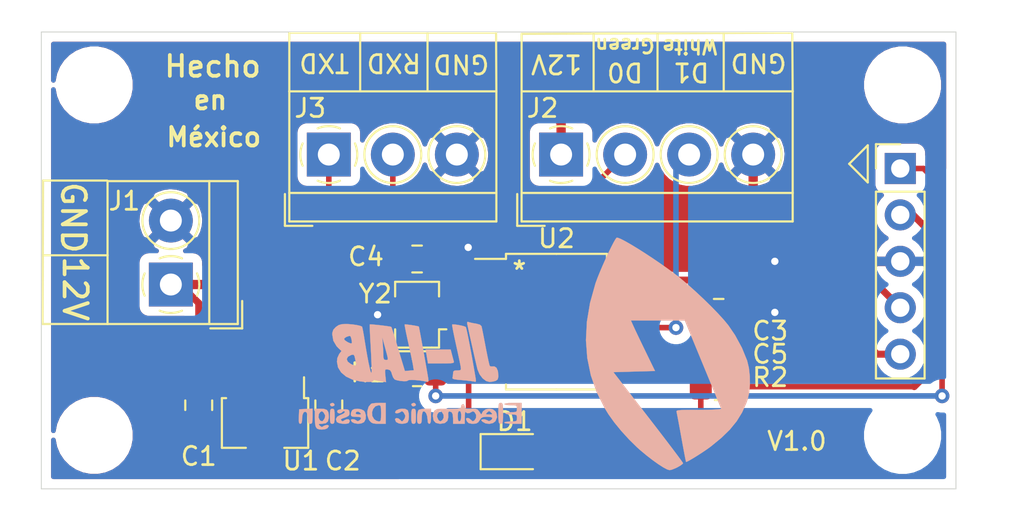
<source format=kicad_pcb>
(kicad_pcb (version 20211014) (generator pcbnew)
  (layers (0 "F.Cu" signal) (31 "B.Cu" signal) (34 "B.Paste" user) (35 "F.Paste" user) (36 "B.SilkS" user "B.Silkscreen") (37 "F.SilkS" user "F.Silkscreen") (38 "B.Mask" user) (39 "F.Mask" user) (44 "Edge.Cuts" user))
  (net 0 "")
  (net 1 "+12V")
  (net 2 "MCLR")
  (net 3 "+5V")
  (net 4 "Net-(C3-Pad1)")
  (net 5 "LED")
  (net 6 "Net-(D1-Pad2)")
  (net 7 "D0")
  (net 8 "D1")
  (net 9 "TXD")
  (net 10 "RXD")
  (net 11 "PGD")
  (net 12 "PGC")
  (net 13 "Net-(U2-Pad2)")
  (net 14 "Net-(U2-Pad3)")
  (net 15 "Net-(U2-Pad6)")
  (net 16 "Net-(U2-Pad7)")
  (net 17 "Net-(U2-Pad8)")
  (net 18 "Net-(U2-Pad9)")
  (net 19 "Net-(U2-Pad11)")
  (net 20 "Net-(U2-Pad13)")
  (net 21 "Net-(U2-Pad14)")
  (net 22 "GND")
  (footprint "Capacitor_SMD:C_0805_2012Metric_Pad1.18x1.45mm_HandSolder" (layer "F.Cu") (at 133.604 90.424 -90)
    (fp_text reference "C1" (at 2.794 0) (layer "F.SilkS"))
    (fp_text value "10uF")
    (pad "1" smd roundrect locked (at -1.0375 0 270) (size 1.175 1.45) (layers "F.Cu" "F.Paste" "F.Mask") (roundrect_rratio 0.2127659574) (net 1 "+12V"))
    (pad "2" smd roundrect locked (at 1.0375 0 270) (size 1.175 1.45) (layers "F.Cu" "F.Paste" "F.Mask") (roundrect_rratio 0.2127659574) (net 22 "GND"))
  )
  (footprint "Capacitor_SMD:C_0805_2012Metric_Pad1.18x1.45mm_HandSolder" (layer "F.Cu") (at 140.716 90.424 -90)
    (fp_text reference "C2" (at 3.048 -0.762 180) (layer "F.SilkS"))
    (fp_text value "10uF")
    (pad "1" smd roundrect locked (at -1.0375 0 270) (size 1.175 1.45) (layers "F.Cu" "F.Paste" "F.Mask") (roundrect_rratio 0.2127659574) (net 3 "+5V"))
    (pad "2" smd roundrect locked (at 1.0375 0 270) (size 1.175 1.45) (layers "F.Cu" "F.Paste" "F.Mask") (roundrect_rratio 0.2127659574) (net 22 "GND"))
  )
  (footprint "Capacitor_SMD:C_0805_2012Metric_Pad1.18x1.45mm_HandSolder" (layer "F.Cu") (at 145.542 82.423)
    (fp_text reference "C4" (at -2.794 -0.127) (layer "F.SilkS"))
    (fp_text value "0.1uF")
    (pad "1" smd roundrect locked (at -1.0375 0) (size 1.175 1.45) (layers "F.Cu" "F.Paste" "F.Mask") (roundrect_rratio 0.2127659574) (net 3 "+5V"))
    (pad "2" smd roundrect locked (at 1.0375 0) (size 1.175 1.45) (layers "F.Cu" "F.Paste" "F.Mask") (roundrect_rratio 0.2127659574) (net 22 "GND"))
  )
  (footprint "Capacitor_SMD:C_0805_2012Metric_Pad1.18x1.45mm_HandSolder" (layer "F.Cu") (at 162.052 87.376)
    (fp_text reference "C5" (at 2.794 0.254) (layer "F.SilkS"))
    (fp_text value "0.1uF")
    (pad "1" smd roundrect locked (at -1.0375 0) (size 1.175 1.45) (layers "F.Cu" "F.Paste" "F.Mask") (roundrect_rratio 0.2127659574) (net 3 "+5V"))
    (pad "2" smd roundrect locked (at 1.0375 0) (size 1.175 1.45) (layers "F.Cu" "F.Paste" "F.Mask") (roundrect_rratio 0.2127659574) (net 22 "GND"))
  )
  (footprint "LED_SMD:LED_0805_2012Metric_Pad1.15x1.40mm_HandSolder" (layer "F.Cu") (at 150.876 92.964)
    (fp_text reference "D1" (at 0 -1.65) (layer "F.SilkS"))
    (fp_text value "LED_Small")
    (pad "1" smd roundrect locked (at -1.025 0) (size 1.15 1.4) (layers "F.Cu" "F.Paste" "F.Mask") (roundrect_rratio 0.2173904348) (net 5 "LED"))
    (pad "2" smd roundrect locked (at 1.025 0) (size 1.15 1.4) (layers "F.Cu" "F.Paste" "F.Mask") (roundrect_rratio 0.2173904348) (net 6 "Net-(D1-Pad2)"))
  )
  (footprint "MountingHole:MountingHole_3.2mm_M3_DIN965" (layer "F.Cu") (at 127.889 72.898)
    (fp_text reference "H1")
    (fp_text value "MountingHole")
    (pad "" np_thru_hole circle locked (at 0 0) (size 3.2 3.2) (drill 3.2) (layers *.Cu *.Mask))
  )
  (footprint "MountingHole:MountingHole_3.2mm_M3_DIN965" (layer "F.Cu") (at 127.889 92.075)
    (fp_text reference "H3")
    (fp_text value "MountingHole")
    (pad "" np_thru_hole circle locked (at 0 0) (size 3.2 3.2) (drill 3.2) (layers *.Cu *.Mask))
  )
  (footprint "MountingHole:MountingHole_3.2mm_M3_DIN965" (layer "F.Cu") (at 172.085 72.898)
    (fp_text reference "H4")
    (fp_text value "MountingHole")
    (pad "" np_thru_hole circle locked (at 0 0) (size 3.2 3.2) (drill 3.2) (layers *.Cu *.Mask))
  )
  (footprint "TerminalBlock_4Ucon:TerminalBlock_4Ucon_1x02_P3.50mm_Horizontal" (layer "F.Cu") (at 132.08 83.82 90)
    (fp_text reference "J1" (at 4.572 -2.54 180) (layer "F.SilkS"))
    (fp_text value "01x02")
    (pad "1" thru_hole rect locked (at 0 0 90) (size 2.4 2.4) (drill 1.2) (layers *.Cu *.Mask) (net 1 "+12V"))
    (pad "2" thru_hole circle locked (at 3.5 0 90) (size 2.4 2.4) (drill 1.2) (layers *.Cu *.Mask) (net 22 "GND"))
  )
  (footprint "TerminalBlock_4Ucon:TerminalBlock_4Ucon_1x03_P3.50mm_Horizontal" (layer "F.Cu") (at 140.716 76.708)
    (fp_text reference "J3" (at -1.016 -2.54) (layer "F.SilkS"))
    (fp_text value "01x03")
    (pad "1" thru_hole rect locked (at 0 0) (size 2.4 2.4) (drill 1.2) (layers *.Cu *.Mask) (net 9 "TXD"))
    (pad "2" thru_hole circle locked (at 3.5 0) (size 2.4 2.4) (drill 1.2) (layers *.Cu *.Mask) (net 10 "RXD"))
    (pad "3" thru_hole circle locked (at 7 0) (size 2.4 2.4) (drill 1.2) (layers *.Cu *.Mask) (net 22 "GND"))
  )
  (footprint "Resistor_SMD:R_0805_2012Metric_Pad1.20x1.40mm_HandSolder" (layer "F.Cu") (at 145.542 88.646)
    (fp_text reference "R1" (at -2.667 0) (layer "F.SilkS"))
    (fp_text value "R_Small")
    (pad "1" smd roundrect locked (at -1 0) (size 1.2 1.4) (layers "F.Cu" "F.Paste" "F.Mask") (roundrect_rratio 0.2083325) (net 3 "+5V"))
    (pad "2" smd roundrect locked (at 1 0) (size 1.2 1.4) (layers "F.Cu" "F.Paste" "F.Mask") (roundrect_rratio 0.2083325) (net 2 "MCLR"))
  )
  (footprint "Resistor_SMD:R_0805_2012Metric_Pad1.20x1.40mm_HandSolder" (layer "F.Cu") (at 162.052 89.408 180)
    (fp_text reference "R2" (at -2.794 0.508) (layer "F.SilkS"))
    (fp_text value "R_Small")
    (pad "1" smd roundrect locked (at -1 0 180) (size 1.2 1.4) (layers "F.Cu" "F.Paste" "F.Mask") (roundrect_rratio 0.2083325) (net 3 "+5V"))
    (pad "2" smd roundrect locked (at 1 0 180) (size 1.2 1.4) (layers "F.Cu" "F.Paste" "F.Mask") (roundrect_rratio 0.2083325) (net 6 "Net-(D1-Pad2)"))
  )
  (footprint "Package_TO_SOT_SMD:SOT-89-3" (layer "F.Cu") (at 137.231199 91.095801 -90)
    (fp_text reference "U1" (at 2.376199 -1.960801 180) (layer "F.SilkS"))
    (fp_text value "L78L05_SOT89")
    (pad "1" smd rect locked (at -1.65 -1.5 270) (size 1.3 0.9) (layers "F.Cu" "F.Paste" "F.Mask") (net 3 "+5V"))
    (pad "2" smd custom locked (at -1.5625 0 270) (size 1.475 0.9) (layers "F.Cu" "F.Paste" "F.Mask") (net 22 "GND") (options (clearance outline) (anchor rect)) (primitives (gr_poly (pts (xy 0.7375 -0.8665) (xy 3.8625 -0.8665) (xy 3.8625 0.8665) (xy 0.7375 0.8665)) (width 0) (fill yes))))
    (pad "3" smd rect locked (at -1.65 1.5 270) (size 1.3 0.9) (layers "F.Cu" "F.Paste" "F.Mask") (net 1 "+12V"))
  )
  (footprint "Package_SO:SSOP-20_5.3x7.2mm_P0.65mm" (layer "F.Cu") (at 153.162 85.852)
    (fp_text reference "U2" (at 0 -4.55) (layer "F.SilkS"))
    (fp_text value "PIC18F14K50-ESS")
    (pad "1" smd roundrect locked (at -3.5 -2.925) (size 1.9 0.5) (layers "F.Cu" "F.Paste" "F.Mask") (net 3 "+5V"))
    (pad "2" smd roundrect locked (at -3.5 -2.275) (size 1.9 0.5) (layers "F.Cu" "F.Paste" "F.Mask") (net 13 "Net-(U2-Pad2)"))
    (pad "3" smd roundrect locked (at -3.5 -1.625) (size 1.9 0.5) (layers "F.Cu" "F.Paste" "F.Mask") (net 14 "Net-(U2-Pad3)"))
    (pad "4" smd roundrect locked (at -3.5 -0.975) (size 1.9 0.5) (layers "F.Cu" "F.Paste" "F.Mask") (net 2 "MCLR"))
    (pad "5" smd roundrect locked (at -3.5 -0.325) (size 1.9 0.5) (layers "F.Cu" "F.Paste" "F.Mask") (net 5 "LED"))
    (pad "6" smd roundrect locked (at -3.5 0.325) (size 1.9 0.5) (layers "F.Cu" "F.Paste" "F.Mask") (net 15 "Net-(U2-Pad6)"))
    (pad "7" smd roundrect locked (at -3.5 0.975) (size 1.9 0.5) (layers "F.Cu" "F.Paste" "F.Mask") (net 16 "Net-(U2-Pad7)"))
    (pad "8" smd roundrect locked (at -3.5 1.625) (size 1.9 0.5) (layers "F.Cu" "F.Paste" "F.Mask") (net 17 "Net-(U2-Pad8)"))
    (pad "9" smd roundrect locked (at -3.5 2.275) (size 1.9 0.5) (layers "F.Cu" "F.Paste" "F.Mask") (net 18 "Net-(U2-Pad9)"))
    (pad "10" smd roundrect locked (at -3.5 2.925) (size 1.9 0.5) (layers "F.Cu" "F.Paste" "F.Mask") (net 9 "TXD"))
    (pad "11" smd roundrect locked (at 3.5 2.925) (size 1.9 0.5) (layers "F.Cu" "F.Paste" "F.Mask") (net 19 "Net-(U2-Pad11)"))
    (pad "12" smd roundrect locked (at 3.5 2.275) (size 1.9 0.5) (layers "F.Cu" "F.Paste" "F.Mask") (net 10 "RXD"))
    (pad "13" smd roundrect locked (at 3.5 1.625) (size 1.9 0.5) (layers "F.Cu" "F.Paste" "F.Mask") (net 20 "Net-(U2-Pad13)"))
    (pad "14" smd roundrect locked (at 3.5 0.975) (size 1.9 0.5) (layers "F.Cu" "F.Paste" "F.Mask") (net 21 "Net-(U2-Pad14)"))
    (pad "15" smd roundrect locked (at 3.5 0.325) (size 1.9 0.5) (layers "F.Cu" "F.Paste" "F.Mask") (net 8 "D1"))
    (pad "16" smd roundrect locked (at 3.5 -0.325) (size 1.9 0.5) (layers "F.Cu" "F.Paste" "F.Mask") (net 7 "D0"))
    (pad "17" smd roundrect locked (at 3.5 -0.975) (size 1.9 0.5) (layers "F.Cu" "F.Paste" "F.Mask") (net 4 "Net-(C3-Pad1)"))
    (pad "18" smd roundrect locked (at 3.5 -1.625) (size 1.9 0.5) (layers "F.Cu" "F.Paste" "F.Mask") (net 12 "PGC"))
    (pad "19" smd roundrect locked (at 3.5 -2.275) (size 1.9 0.5) (layers "F.Cu" "F.Paste" "F.Mask") (net 11 "PGD"))
    (pad "20" smd roundrect locked (at 3.5 -2.925) (size 1.9 0.5) (layers "F.Cu" "F.Paste" "F.Mask") (net 22 "GND"))
  )
  (footprint "Crystal:Resonator_SMD_muRata_CSTxExxV-3Pin_3.0x1.1mm" (layer "F.Cu") (at 145.542 85.471 90)
    (fp_text reference "Y2" (at 1.143 -2.286 180) (layer "F.SilkS"))
    (fp_text value "12 MHz")
    (pad "1" smd rect locked (at -1.2 0 90) (size 0.4 1.9) (layers "F.Cu" "F.Paste" "F.Mask") (net 14 "Net-(U2-Pad3)"))
    (pad "2" smd rect locked (at 0 0 90) (size 0.4 1.9) (layers "F.Cu" "F.Paste" "F.Mask") (net 22 "GND"))
    (pad "3" smd rect locked (at 1.2 0 90) (size 0.4 1.9) (layers "F.Cu" "F.Paste" "F.Mask") (net 13 "Net-(U2-Pad2)"))
  )
  (footprint "TerminalBlock_4Ucon:TerminalBlock_4Ucon_1x04_P3.50mm_Horizontal" (layer "F.Cu") (at 153.416 76.708)
    (fp_text reference "J2" (at -1.016 -2.54) (layer "F.SilkS"))
    (fp_text value "01x04")
    (pad "1" thru_hole rect locked (at 0 0) (size 2.4 2.4) (drill 1.2) (layers *.Cu *.Mask) (net 1 "+12V"))
    (pad "2" thru_hole circle locked (at 3.5 0) (size 2.4 2.4) (drill 1.2) (layers *.Cu *.Mask) (net 7 "D0"))
    (pad "3" thru_hole circle locked (at 7 0) (size 2.4 2.4) (drill 1.2) (layers *.Cu *.Mask) (net 8 "D1"))
    (pad "4" thru_hole circle locked (at 10.5 0) (size 2.4 2.4) (drill 1.2) (layers *.Cu *.Mask) (net 22 "GND"))
  )
  (footprint "MountingHole:MountingHole_3.2mm_M3_DIN965" (layer "F.Cu") (at 172.085 92.075)
    (fp_text reference "H2")
    (fp_text value "MountingHole")
    (pad "" np_thru_hole circle locked (at 0 0) (size 3.2 3.2) (drill 3.2) (layers *.Cu *.Mask))
  )
  (footprint "Connector_PinHeader_2.54mm:PinHeader_1x05_P2.54mm_Vertical" (layer "F.Cu") (at 171.958 77.47)
    (fp_text reference "J4")
    (fp_text value "Conn_01x05_Male")
    (pad "1" thru_hole rect locked (at 0 0) (size 1.7 1.7) (drill 1) (layers *.Cu *.Mask) (net 2 "MCLR"))
    (pad "2" thru_hole oval locked (at 0 2.54) (size 1.7 1.7) (drill 1) (layers *.Cu *.Mask) (net 3 "+5V"))
    (pad "3" thru_hole oval locked (at 0 5.08) (size 1.7 1.7) (drill 1) (layers *.Cu *.Mask) (net 22 "GND"))
    (pad "4" thru_hole oval locked (at 0 7.62) (size 1.7 1.7) (drill 1) (layers *.Cu *.Mask) (net 11 "PGD"))
    (pad "5" thru_hole oval locked (at 0 10.16) (size 1.7 1.7) (drill 1) (layers *.Cu *.Mask) (net 12 "PGC"))
  )
  (footprint "Capacitor_SMD:C_0805_2012Metric_Pad1.18x1.45mm_HandSolder" (layer "F.Cu") (at 162.0305 85.344)
    (fp_text reference "C3" (at 2.8155 1.016) (layer "F.SilkS"))
    (fp_text value "0.22uF")
    (pad "1" smd roundrect locked (at -1.0375 0) (size 1.175 1.45) (layers "F.Cu" "F.Paste" "F.Mask") (roundrect_rratio 0.2127659574) (net 4 "Net-(C3-Pad1)"))
    (pad "2" smd roundrect locked (at 1.0375 0) (size 1.175 1.45) (layers "F.Cu" "F.Paste" "F.Mask") (roundrect_rratio 0.2127659574) (net 22 "GND"))
  )
  (footprint "logos:JL" (layer "B.Cu") (at 151.638 87.63 180)
    (fp_text reference "G***" hide)
    (fp_text value "LOGO" hide)
  )
  (gr_line (start 169.164 77.216) (end 170.18 76.2) (layer "F.SilkS") (width 0.12))
  (gr_line (start 166.0525 70.0405) (end 165.862 70.0405) (layer "F.SilkS") (width 0.12))
  (gr_line (start 128.6002 78.1304) (end 125.095 78.1304) (layer "F.SilkS") (width 0.12))
  (gr_line (start 151.256 73.248) (end 151.257 70.104) (layer "F.SilkS") (width 0.12))
  (gr_line (start 138.556 73.248) (end 138.557 70.0405) (layer "F.SilkS") (width 0.12))
  (gr_line (start 149.86 70.0405) (end 138.557 70.0405) (layer "F.SilkS") (width 0.12))
  (gr_line (start 149.876 73.248) (end 149.86 70.0405) (layer "F.SilkS") (width 0.12))
  (gr_line (start 158.6865 73.2155) (end 158.6865 70.104) (layer "F.SilkS") (width 0.12))
  (gr_line (start 125.0696 85.979) (end 128.62 85.98) (layer "F.SilkS") (width 0.12))
  (gr_line (start 125.0696 85.852) (end 125.0696 85.979) (layer "F.SilkS") (width 0.12))
  (gr_line (start 125.095 78.1304) (end 125.0696 85.852) (layer "F.SilkS") (width 0.12))
  (gr_line (start 170.18 78.232) (end 169.164 77.216) (layer "F.SilkS") (width 0.12))
  (gr_line (start 146.1135 73.2155) (end 146.1135 70.104) (layer "F.SilkS") (width 0.12))
  (gr_line (start 155.194 73.2155) (end 155.194 70.1675) (layer "F.SilkS") (width 0.12))
  (gr_line (start 170.18 76.2) (end 170.18 78.232) (layer "F.SilkS") (width 0.12))
  (gr_line (start 128.6256 82.2198) (end 125.095 82.2198) (layer "F.SilkS") (width 0.12))
  (gr_line (start 162.306 73.2155) (end 162.306 70.104) (layer "F.SilkS") (width 0.12))
  (gr_line (start 142.4305 73.2155) (end 142.4305 70.104) (layer "F.SilkS") (width 0.12))
  (gr_line (start 151.257 70.104) (end 165.862 70.0405) (layer "F.SilkS") (width 0.12))
  (gr_line (start 166.076 73.248) (end 166.0525 70.0405) (layer "F.SilkS") (width 0.12))
  (gr_line (start 125 70) (end 125 95) (layer "Edge.Cuts") (width 0.05))
  (gr_line (start 175 95) (end 175 70) (layer "Edge.Cuts") (width 0.05))
  (gr_line (start 125 95) (end 175 95) (layer "Edge.Cuts") (width 0.05))
  (gr_line (start 175 70) (end 125 70) (layer "Edge.Cuts") (width 0.05))
  (gr_text "TXD" (at 140.462 71.6915 180) (layer "F.SilkS") (effects (font (size 1 1))))
  (gr_text "D1" (at 160.528 72.1995 180) (layer "F.SilkS") (effects (font (size 1 1))))
  (gr_text "GND" (at 126.746 80.1624 270) (layer "F.SilkS") (effects (font (size 1.27 1.27) (thickness 0.2032))))
  (gr_text "RXD" (at 144.272 71.6915 180) (layer "F.SilkS") (effects (font (size 1 1))))
  (gr_text "12V" (at 153.162 71.755 180) (layer "F.SilkS") (effects (font (size 1 1))))
  (gr_text "Green" (at 156.9085 70.739 180) (layer "F.SilkS") (effects (font (size 0.762 0.762))))
  (gr_text "*" (at 151.13 83.058) (layer "F.SilkS") (effects (font (size 1 1))))
  (gr_text "V1.0" (at 166.3065 92.3925) (layer "F.SilkS") (effects (font (size 1 1))))
  (gr_text "12V" (at 126.8476 84.0486 -90) (layer "F.SilkS") (effects (font (size 1.27 1.27) (thickness 0.2032))))
  (gr_text "en" (at 134.239 73.7235) (layer "F.SilkS") (effects (font (size 1.016 1.016) (thickness 0.2032))))
  (gr_text "GND" (at 164.211 71.6915 180) (layer "F.SilkS") (effects (font (size 1 1))))
  (gr_text "D0" (at 156.9085 72.1995 180) (layer "F.SilkS") (effects (font (size 1 1))))
  (gr_text "White" (at 160.4645 70.8025 180) (layer "F.SilkS") (effects (font (size 0.762 0.762))))
  (gr_text "México" (at 134.4295 75.7555) (layer "F.SilkS") (effects (font (size 1.016 1.016) (thickness 0.2032))))
  (gr_text "Hecho" (at 134.366 71.882) (layer "F.SilkS") (effects (font (size 1.143 1.143) (thickness 0.2032))))
  (gr_text "GND" (at 147.955 71.755 180) (layer "F.SilkS") (effects (font (size 1 1))))
  (segment (start 132.08 83.82) (end 132.588 83.82) (width 0.381) (layer "F.Cu") (net 1))
  (segment (start 133.604 84.836) (end 133.604 89.3865) (width 0.381) (layer "F.Cu") (net 1))
  (segment (start 132.588 83.82) (end 133.604 84.836) (width 0.381) (layer "F.Cu") (net 1))
  (segment (start 153.416 76.708) (end 153.416 74.93) (width 0.508) (layer "F.Cu") (net 1))
  (segment (start 134.112 83.82) (end 132.08 83.82) (width 0.508) (layer "F.Cu") (net 1))
  (segment (start 153.416 74.93) (end 152.4 73.914) (width 0.508) (layer "F.Cu") (net 1))
  (segment (start 135.636 75.438) (end 135.636 82.296) (width 0.508) (layer "F.Cu") (net 1))
  (segment (start 152.4 73.914) (end 137.16 73.914) (width 0.508) (layer "F.Cu") (net 1))
  (segment (start 137.16 73.914) (end 135.636 75.438) (width 0.508) (layer "F.Cu") (net 1))
  (segment (start 135.671898 89.3865) (end 135.731199 89.445801) (width 0.381) (layer "F.Cu") (net 1))
  (segment (start 135.636 82.296) (end 134.112 83.82) (width 0.508) (layer "F.Cu") (net 1))
  (segment (start 133.604 89.3865) (end 135.671898 89.3865) (width 0.381) (layer "F.Cu") (net 1))
  (segment (start 171.958 77.47) (end 173.228 77.47) (width 0.3048) (layer "F.Cu") (net 2))
  (segment (start 146.542 88.646) (end 147.88218 87.30582) (width 0.25) (layer "F.Cu") (net 2))
  (segment (start 146.558 88.662) (end 146.542 88.646) (width 0.3048) (layer "F.Cu") (net 2))
  (segment (start 147.88218 87.30582) (end 147.88218 85.627471) (width 0.25) (layer "F.Cu") (net 2))
  (segment (start 147.88218 85.627471) (end 148.632651 84.877) (width 0.25) (layer "F.Cu") (net 2))
  (segment (start 173.228 77.47) (end 174.244 78.486) (width 0.3048) (layer "F.Cu") (net 2))
  (segment (start 174.244 78.486) (end 174.244 81.026) (width 0.3048) (layer "F.Cu") (net 2))
  (segment (start 148.632651 84.877) (end 149.662 84.877) (width 0.25) (layer "F.Cu") (net 2))
  (segment (start 146.558 89.916) (end 146.558 88.662) (width 0.3048) (layer "F.Cu") (net 2))
  (segment (start 174.244 81.026) (end 174.244 89.916) (width 0.3048) (layer "F.Cu") (net 2))
  (via (at 174.244 89.916) (size 0.8) (drill 0.4) (layers "F.Cu" "B.Cu") (net 2))
  (via (at 146.558 89.916) (size 0.8) (drill 0.4) (layers "F.Cu" "B.Cu") (net 2))
  (segment (start 174.244 89.916) (end 146.558 89.916) (width 0.3048) (layer "B.Cu") (net 2))
  (segment (start 161.052 87.4135) (end 161.0145 87.376) (width 0.3048) (layer "F.Cu") (net 3))
  (segment (start 147.16653 83.50041) (end 147.73994 82.927) (width 0.3048) (layer "F.Cu") (net 3))
  (segment (start 162.70394 89.408) (end 162.052 88.75606) (width 0.3048) (layer "F.Cu") (net 3))
  (segment (start 163.052 93.488) (end 162.52359 94.01641) (width 0.3048) (layer "F.Cu") (net 3))
  (segment (start 144.5045 82.423) (end 144.91506 82.423) (width 0.3048) (layer "F.Cu") (net 3))
  (segment (start 173.4185 80.772) (end 173.4185 88.7095) (width 0.381) (layer "F.Cu") (net 3))
  (segment (start 145.32441 94.01641) (end 144.542 93.234) (width 0.3048) (layer "F.Cu") (net 3))
  (segment (start 173.4185 88.7095) (end 172.72 89.408) (width 0.381) (layer "F.Cu") (net 3))
  (segment (start 140.656699 89.445801) (end 140.716 89.3865) (width 0.381) (layer "F.Cu") (net 3))
  (segment (start 162.052 87.884) (end 161.544 87.376) (width 0.3048) (layer "F.Cu") (net 3))
  (segment (start 162.052 88.75606) (end 162.052 87.884) (width 0.3048) (layer "F.Cu") (net 3))
  (segment (start 145.99247 83.50041) (end 147.16653 83.50041) (width 0.3048) (layer "F.Cu") (net 3))
  (segment (start 163.052 89.408) (end 162.70394 89.408) (width 0.3048) (layer "F.Cu") (net 3))
  (segment (start 171.958 80.01) (end 172.6565 80.01) (width 0.381) (layer "F.Cu") (net 3))
  (segment (start 144.542 93.234) (end 144.542 88.646) (width 0.3048) (layer "F.Cu") (net 3))
  (segment (start 161.544 87.376) (end 161.0145 87.376) (width 0.3048) (layer "F.Cu") (net 3))
  (segment (start 144.91506 82.423) (end 145.99247 83.50041) (width 0.3048) (layer "F.Cu") (net 3))
  (segment (start 163.052 89.408) (end 163.052 93.488) (width 0.3048) (layer "F.Cu") (net 3))
  (segment (start 172.72 89.408) (end 163.052 89.408) (width 0.3048) (layer "F.Cu") (net 3))
  (segment (start 143.8015 89.3865) (end 144.542 88.646) (width 0.381) (layer "F.Cu") (net 3))
  (segment (start 172.6565 80.01) (end 173.4185 80.772) (width 0.381) (layer "F.Cu") (net 3))
  (segment (start 161.0145 87.376) (end 161.02 87.376) (width 0.3048) (layer "F.Cu") (net 3))
  (segment (start 147.73994 82.927) (end 149.662 82.927) (width 0.3048) (layer "F.Cu") (net 3))
  (segment (start 162.52359 94.01641) (end 145.32441 94.01641) (width 0.3048) (layer "F.Cu") (net 3))
  (segment (start 140.716 89.3865) (end 143.8015 89.3865) (width 0.381) (layer "F.Cu") (net 3))
  (segment (start 141.605 82.423) (end 144.5045 82.423) (width 0.381) (layer "F.Cu") (net 3))
  (segment (start 138.731199 89.445801) (end 140.656699 89.445801) (width 0.381) (layer "F.Cu") (net 3))
  (segment (start 140.716 89.3865) (end 140.716 83.312) (width 0.381) (layer "F.Cu") (net 3))
  (segment (start 140.716 83.312) (end 141.605 82.423) (width 0.381) (layer "F.Cu") (net 3))
  (segment (start 156.662 84.877) (end 160.526 84.877) (width 0.381) (layer "F.Cu") (net 4))
  (segment (start 160.526 84.877) (end 160.993 85.344) (width 0.381) (layer "F.Cu") (net 4))
  (segment (start 148.35959 92.47959) (end 148.844 92.964) (width 0.3048) (layer "F.Cu") (net 5))
  (segment (start 148.844 92.964) (end 149.851 92.964) (width 0.3048) (layer "F.Cu") (net 5))
  (segment (start 148.65781 85.527) (end 148.35959 85.82522) (width 0.3048) (layer "F.Cu") (net 5))
  (segment (start 149.662 85.527) (end 148.65781 85.527) (width 0.3048) (layer "F.Cu") (net 5))
  (segment (start 148.35959 85.82522) (end 148.35959 92.47959) (width 0.3048) (layer "F.Cu") (net 5))
  (segment (start 161.052 92.44) (end 161.052 89.408) (width 0.3048) (layer "F.Cu") (net 6))
  (segment (start 160.528 92.964) (end 161.052 92.44) (width 0.3048) (layer "F.Cu") (net 6))
  (segment (start 151.901 92.964) (end 160.528 92.964) (width 0.3048) (layer "F.Cu") (net 6))
  (segment (start 156.662 85.527) (end 155.123 85.527) (width 0.3048) (layer "F.Cu") (net 7))
  (segment (start 155.123 85.527) (end 154.686 85.09) (width 0.3048) (layer "F.Cu") (net 7))
  (segment (start 154.686 78.938) (end 156.916 76.708) (width 0.3048) (layer "F.Cu") (net 7))
  (segment (start 154.686 85.09) (end 154.686 78.938) (width 0.3048) (layer "F.Cu") (net 7))
  (segment (start 156.662 86.177) (end 159.695 86.177) (width 0.3048) (layer "F.Cu") (net 8))
  (via (at 159.695 86.177) (size 0.8) (drill 0.4) (layers "F.Cu" "B.Cu") (net 8))
  (segment (start 159.695 86.177) (end 159.695 77.429) (width 0.3048) (layer "B.Cu") (net 8))
  (segment (start 159.695 77.429) (end 160.416 76.708) (width 0.3048) (layer "B.Cu") (net 8))
  (segment (start 151.638 88.392) (end 151.253 88.777) (width 0.3048) (layer "F.Cu") (net 9))
  (segment (start 140.716 80.518) (end 141.224 81.026) (width 0.3048) (layer "F.Cu") (net 9))
  (segment (start 151.638 81.788) (end 151.638 88.392) (width 0.3048) (layer "F.Cu") (net 9))
  (segment (start 150.876 81.026) (end 151.638 81.788) (width 0.3048) (layer "F.Cu") (net 9))
  (segment (start 141.224 81.026) (end 150.876 81.026) (width 0.3048) (layer "F.Cu") (net 9))
  (segment (start 151.253 88.777) (end 149.662 88.777) (width 0.3048) (layer "F.Cu") (net 9))
  (segment (start 140.716 76.708) (end 140.716 80.518) (width 0.3048) (layer "F.Cu") (net 9))
  (segment (start 153.659 88.127) (end 156.662 88.127) (width 0.3048) (layer "F.Cu") (net 10))
  (segment (start 144.216 76.708) (end 144.216 79.446) (width 0.3048) (layer "F.Cu") (net 10))
  (segment (start 152.908 80.772) (end 152.908 87.376) (width 0.3048) (layer "F.Cu") (net 10))
  (segment (start 152.4 80.264) (end 152.908 80.772) (width 0.3048) (layer "F.Cu") (net 10))
  (segment (start 152.908 87.376) (end 153.659 88.127) (width 0.3048) (layer "F.Cu") (net 10))
  (segment (start 145.034 80.264) (end 152.4 80.264) (width 0.3048) (layer "F.Cu") (net 10))
  (segment (start 144.216 79.446) (end 145.034 80.264) (width 0.3048) (layer "F.Cu") (net 10))
  (segment (start 156.662 83.577) (end 170.445 83.577) (width 0.381) (layer "F.Cu") (net 11))
  (segment (start 170.445 83.577) (end 171.958 85.09) (width 0.381) (layer "F.Cu") (net 11))
  (segment (start 156.662 84.227) (end 169.063 84.227) (width 0.381) (layer "F.Cu") (net 12))
  (segment (start 169.926 85.09) (end 169.926 86.868) (width 0.381) (layer "F.Cu") (net 12))
  (segment (start 170.688 87.63) (end 171.958 87.63) (width 0.381) (layer "F.Cu") (net 12))
  (segment (start 169.926 86.868) (end 170.688 87.63) (width 0.381) (layer "F.Cu") (net 12))
  (segment (start 169.063 84.227) (end 169.926 85.09) (width 0.381) (layer "F.Cu") (net 12))
  (segment (start 145.542 84.271) (end 147.377 84.271) (width 0.3048) (layer "F.Cu") (net 13))
  (segment (start 148.071 83.577) (end 149.662 83.577) (width 0.3048) (layer "F.Cu") (net 13))
  (segment (start 147.377 84.271) (end 148.071 83.577) (width 0.3048) (layer "F.Cu") (net 13))
  (segment (start 145.542 86.671) (end 146.755 86.671) (width 0.25) (layer "F.Cu") (net 14))
  (segment (start 148.646241 84.227) (end 149.662 84.227) (width 0.25) (layer "F.Cu") (net 14))
  (segment (start 146.755 86.671) (end 147.43217 85.99383) (width 0.25) (layer "F.Cu") (net 14))
  (segment (start 147.43217 85.99383) (end 147.432171 85.44107) (width 0.25) (layer "F.Cu") (net 14))
  (segment (start 147.432171 85.44107) (end 148.646241 84.227) (width 0.25) (layer "F.Cu") (net 14))
  (segment (start 165.1 82.55) (end 171.958 82.55) (width 0.508) (layer "F.Cu") (net 22))
  (segment (start 147.2145 81.788) (end 148.336 81.788) (width 0.508) (layer "F.Cu") (net 22))
  (segment (start 163.068 85.344) (end 165.1 85.344) (width 0.508) (layer "F.Cu") (net 22))
  (segment (start 162.99901 82.87299) (end 156.662 82.87299) (width 0.508) (layer "F.Cu") (net 22))
  (segment (start 163.916 81.956) (end 162.99901 82.87299) (width 0.508) (layer "F.Cu") (net 22))
  (segment (start 146.5795 82.423) (end 147.2145 81.788) (width 0.508) (layer "F.Cu") (net 22))
  (segment (start 163.916 76.708) (end 163.916 81.956) (width 0.508) (layer "F.Cu") (net 22))
  (segment (start 145.542 85.471) (end 143.383 85.471) (width 0.3048) (layer "F.Cu") (net 22))
  (via (at 143.383 85.471) (size 0.8) (drill 0.4) (layers "F.Cu" "B.Cu") (net 22))
  (via (at 165.1 82.55) (size 0.8) (drill 0.4) (layers "F.Cu" "B.Cu") (net 22))
  (via (at 148.336 81.788) (size 0.8) (drill 0.4) (layers "F.Cu" "B.Cu") (net 22))
  (via (at 165.1 85.344) (size 0.8) (drill 0.4) (layers "F.Cu" "B.Cu") (net 22))
  (segment (start 165.1 82.804) (end 165.1 82.55) (width 0.508) (layer "B.Cu") (net 22))
  (segment (start 165.1 85.344) (end 165.1 82.804) (width 0.508) (layer "B.Cu") (net 22))
  (zone (net 22) (net_name "GND") (layer "F.Cu") (connect_pads (clearance 0.508)) (min_thickness 0.254) (fill yes (thermal_gap 0.508) (thermal_bridge_width 0.508))
    (polygon (pts (xy 175 95) (xy 125 95) (xy 125 70) (xy 175 70)))
  )
  (zone (net 22) (net_name "GND") (layer "B.Cu") (connect_pads (clearance 0.508)) (min_thickness 0.254) (fill yes (thermal_gap 0.508) (thermal_bridge_width 0.508))
    (polygon (pts (xy 175 95) (xy 125 95) (xy 125 70) (xy 175 70)))
  )
)
</source>
